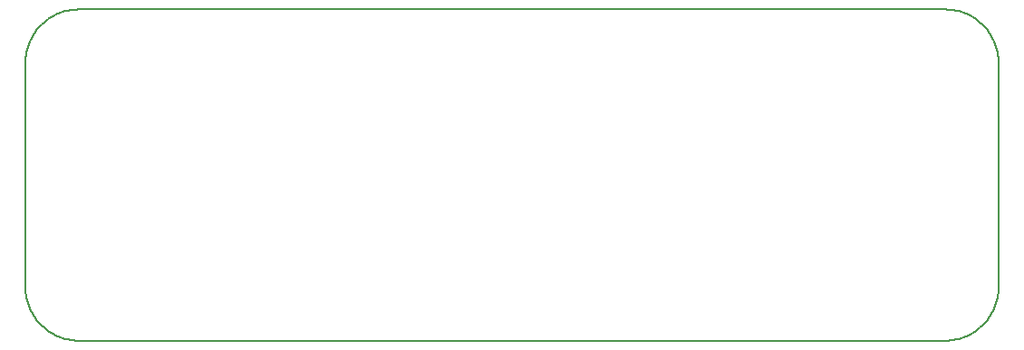
<source format=gko>
G04*
G04 #@! TF.GenerationSoftware,Altium Limited,Altium Designer,24.4.1 (13)*
G04*
G04 Layer_Color=16711935*
%FSLAX25Y25*%
%MOIN*%
G70*
G04*
G04 #@! TF.SameCoordinates,DC8B15D0-1A9E-40AA-8D40-3FFBE4892BC6*
G04*
G04*
G04 #@! TF.FilePolarity,Positive*
G04*
G01*
G75*
%ADD18C,0.00787*%
D18*
X112345Y206553D02*
X111348Y206528D01*
X110353Y206452D01*
X109364Y206326D01*
X108382Y206150D01*
X107411Y205925D01*
X106452Y205650D01*
X105508Y205328D01*
X104582Y204958D01*
X103675Y204541D01*
X102791Y204080D01*
X101932Y203574D01*
X101099Y203025D01*
X100295Y202434D01*
X99522Y201804D01*
X98782Y201135D01*
X98077Y200430D01*
X97408Y199690D01*
X96778Y198917D01*
X96188Y198113D01*
X95639Y197281D01*
X95133Y196421D01*
X94671Y195537D01*
X94255Y194631D01*
X93885Y193705D01*
X93562Y192761D01*
X93288Y191802D01*
X93063Y190831D01*
X92887Y189849D01*
X92761Y188859D01*
X92685Y187865D01*
X92660Y186868D01*
X450927Y186868D02*
X450902Y187865D01*
X450826Y188859D01*
X450700Y189849D01*
X450524Y190831D01*
X450299Y191802D01*
X450025Y192761D01*
X449702Y193705D01*
X449332Y194631D01*
X448916Y195537D01*
X448454Y196421D01*
X447948Y197281D01*
X447399Y198113D01*
X446809Y198917D01*
X446178Y199690D01*
X445510Y200430D01*
X444805Y201135D01*
X444065Y201804D01*
X443292Y202434D01*
X442488Y203025D01*
X441655Y203574D01*
X440796Y204080D01*
X439912Y204541D01*
X439005Y204958D01*
X438079Y205328D01*
X437135Y205650D01*
X436176Y205925D01*
X435205Y206150D01*
X434223Y206326D01*
X433234Y206452D01*
X432239Y206528D01*
X431242Y206553D01*
X431242Y84506D02*
X432239Y84531D01*
X433234Y84607D01*
X434223Y84733D01*
X435205Y84909D01*
X436176Y85134D01*
X437135Y85409D01*
X438079Y85731D01*
X439005Y86101D01*
X439912Y86518D01*
X440796Y86979D01*
X441655Y87485D01*
X442488Y88034D01*
X443292Y88624D01*
X444065Y89255D01*
X444805Y89923D01*
X445510Y90628D01*
X446178Y91369D01*
X446809Y92141D01*
X447399Y92945D01*
X447948Y93778D01*
X448454Y94638D01*
X448916Y95522D01*
X449332Y96428D01*
X449702Y97354D01*
X450025Y98298D01*
X450299Y99257D01*
X450524Y100228D01*
X450700Y101210D01*
X450826Y102199D01*
X450902Y103194D01*
X450927Y104191D01*
X92660D02*
X92685Y103194D01*
X92761Y102199D01*
X92887Y101210D01*
X93063Y100228D01*
X93288Y99257D01*
X93562Y98298D01*
X93885Y97354D01*
X94255Y96428D01*
X94671Y95522D01*
X95133Y94638D01*
X95639Y93778D01*
X96188Y92945D01*
X96778Y92141D01*
X97408Y91369D01*
X98077Y90628D01*
X98782Y89923D01*
X99522Y89255D01*
X100295Y88624D01*
X101099Y88034D01*
X101932Y87485D01*
X102791Y86979D01*
X103675Y86518D01*
X104582Y86101D01*
X105508Y85731D01*
X106452Y85409D01*
X107411Y85134D01*
X108382Y84909D01*
X109364Y84733D01*
X110353Y84607D01*
X111348Y84531D01*
X112345Y84506D01*
X112345Y206553D02*
X431242D01*
X450927Y104191D02*
Y186868D01*
X112345Y84506D02*
X431242D01*
X92660Y104191D02*
Y186868D01*
M02*

</source>
